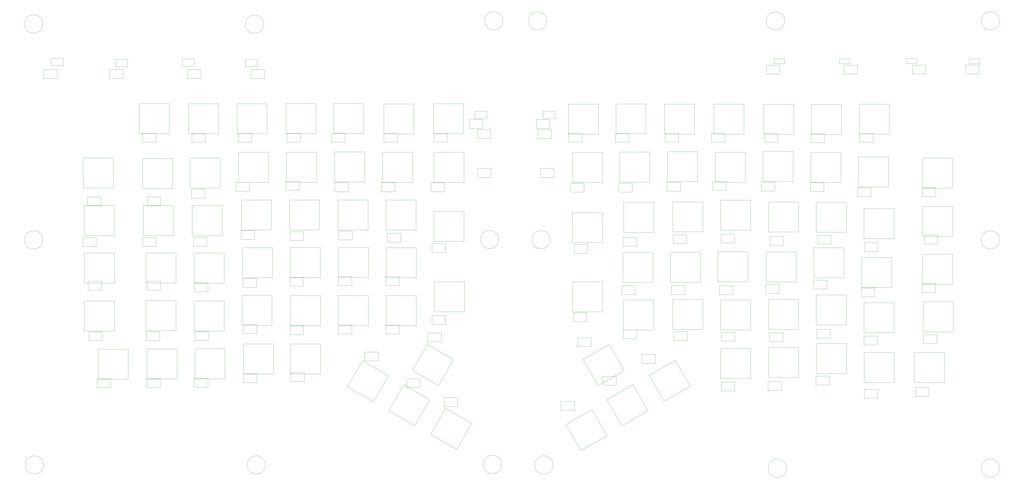
<source format=gbr>
%TF.GenerationSoftware,KiCad,Pcbnew,7.0.1-3b83917a11~172~ubuntu22.04.1*%
%TF.CreationDate,2023-03-22T13:00:23+01:00*%
%TF.ProjectId,Europe-ergo-smd,4575726f-7065-42d6-9572-676f2d736d64,rev?*%
%TF.SameCoordinates,Original*%
%TF.FileFunction,Other,User*%
%FSLAX46Y46*%
G04 Gerber Fmt 4.6, Leading zero omitted, Abs format (unit mm)*
G04 Created by KiCad (PCBNEW 7.0.1-3b83917a11~172~ubuntu22.04.1) date 2023-03-22 13:00:23*
%MOMM*%
%LPD*%
G01*
G04 APERTURE LIST*
%ADD10C,0.050000*%
G04 APERTURE END LIST*
D10*
%TO.C,R14*%
X301410000Y-84450000D02*
X295510000Y-84450000D01*
X301410000Y-80550000D02*
X301410000Y-84450000D01*
X295510000Y-84450000D02*
X295510000Y-80550000D01*
X295510000Y-80550000D02*
X301410000Y-80550000D01*
%TO.C,R13*%
X301490000Y-101450000D02*
X295590000Y-101450000D01*
X301490000Y-97550000D02*
X301490000Y-101450000D01*
X295590000Y-101450000D02*
X295590000Y-97550000D01*
X295590000Y-97550000D02*
X301490000Y-97550000D01*
%TO.C,R12*%
X322140000Y-80550000D02*
X328040000Y-80550000D01*
X322140000Y-84450000D02*
X322140000Y-80550000D01*
X328040000Y-80550000D02*
X328040000Y-84450000D01*
X328040000Y-84450000D02*
X322140000Y-84450000D01*
%TO.C,R11*%
X323220000Y-97550000D02*
X329120000Y-97550000D01*
X323220000Y-101450000D02*
X323220000Y-97550000D01*
X329120000Y-97550000D02*
X329120000Y-101450000D01*
X329120000Y-101450000D02*
X323220000Y-101450000D01*
%TO.C,R10*%
X327410000Y-79950000D02*
X321510000Y-79950000D01*
X327410000Y-76050000D02*
X327410000Y-79950000D01*
X321510000Y-79950000D02*
X321510000Y-76050000D01*
X321510000Y-76050000D02*
X327410000Y-76050000D01*
%TO.C,R9*%
X515960000Y-55950000D02*
X510060000Y-55950000D01*
X515960000Y-52050000D02*
X515960000Y-55950000D01*
X510060000Y-55950000D02*
X510060000Y-52050000D01*
X510060000Y-52050000D02*
X515960000Y-52050000D01*
%TO.C,R8*%
X486680000Y-52050000D02*
X492580000Y-52050000D01*
X486680000Y-55950000D02*
X486680000Y-52050000D01*
X492580000Y-52050000D02*
X492580000Y-55950000D01*
X492580000Y-55950000D02*
X486680000Y-55950000D01*
%TO.C,R7*%
X456600000Y-52050000D02*
X462500000Y-52050000D01*
X456600000Y-55950000D02*
X456600000Y-52050000D01*
X462500000Y-52050000D02*
X462500000Y-55950000D01*
X462500000Y-55950000D02*
X456600000Y-55950000D01*
%TO.C,R6*%
X428420000Y-55950000D02*
X422520000Y-55950000D01*
X428420000Y-52050000D02*
X428420000Y-55950000D01*
X422520000Y-55950000D02*
X422520000Y-52050000D01*
X422520000Y-52050000D02*
X428420000Y-52050000D01*
%TO.C,R5*%
X297870000Y-79950000D02*
X291970000Y-79950000D01*
X297870000Y-76050000D02*
X297870000Y-79950000D01*
X291970000Y-79950000D02*
X291970000Y-76050000D01*
X291970000Y-76050000D02*
X297870000Y-76050000D01*
%TO.C,R4*%
X196050000Y-54050000D02*
X201950000Y-54050000D01*
X196050000Y-57950000D02*
X196050000Y-54050000D01*
X201950000Y-54050000D02*
X201950000Y-57950000D01*
X201950000Y-57950000D02*
X196050000Y-57950000D01*
%TO.C,R3*%
X168050000Y-54050000D02*
X173950000Y-54050000D01*
X168050000Y-57950000D02*
X168050000Y-54050000D01*
X173950000Y-54050000D02*
X173950000Y-57950000D01*
X173950000Y-57950000D02*
X168050000Y-57950000D01*
%TO.C,R2*%
X139870000Y-57950000D02*
X133970000Y-57950000D01*
X139870000Y-54050000D02*
X139870000Y-57950000D01*
X133970000Y-57950000D02*
X133970000Y-54050000D01*
X133970000Y-54050000D02*
X139870000Y-54050000D01*
%TO.C,R1*%
X110870000Y-57950000D02*
X104970000Y-57950000D01*
X110870000Y-54050000D02*
X110870000Y-57950000D01*
X104970000Y-57950000D02*
X104970000Y-54050000D01*
X104970000Y-54050000D02*
X110870000Y-54050000D01*
%TO.C,D104*%
X423220000Y-191390000D02*
X429120000Y-191390000D01*
X423220000Y-195290000D02*
X423220000Y-191390000D01*
X429120000Y-191390000D02*
X429120000Y-195290000D01*
X429120000Y-195290000D02*
X423220000Y-195290000D01*
%TO.C,D103*%
X402670000Y-191520000D02*
X408570000Y-191520000D01*
X402670000Y-195420000D02*
X402670000Y-191520000D01*
X408570000Y-191520000D02*
X408570000Y-195420000D01*
X408570000Y-195420000D02*
X402670000Y-195420000D01*
%TO.C,D102*%
X192710000Y-187850000D02*
X198610000Y-187850000D01*
X192710000Y-191750000D02*
X192710000Y-187850000D01*
X198610000Y-187850000D02*
X198610000Y-191750000D01*
X198610000Y-191750000D02*
X192710000Y-191750000D01*
%TO.C,D101*%
X444340000Y-188890000D02*
X450240000Y-188890000D01*
X444340000Y-192790000D02*
X444340000Y-188890000D01*
X450240000Y-188890000D02*
X450240000Y-192790000D01*
X450240000Y-192790000D02*
X444340000Y-192790000D01*
%TO.C,D100*%
X213550000Y-187390000D02*
X219450000Y-187390000D01*
X213550000Y-191290000D02*
X213550000Y-187390000D01*
X219450000Y-187390000D02*
X219450000Y-191290000D01*
X219450000Y-191290000D02*
X213550000Y-191290000D01*
%TO.C,D99*%
X171250000Y-189950000D02*
X177150000Y-189950000D01*
X171250000Y-193850000D02*
X171250000Y-189950000D01*
X177150000Y-189950000D02*
X177150000Y-193850000D01*
X177150000Y-193850000D02*
X171250000Y-193850000D01*
%TO.C,D98*%
X488020000Y-193890000D02*
X493920000Y-193890000D01*
X488020000Y-197790000D02*
X488020000Y-193890000D01*
X493920000Y-193890000D02*
X493920000Y-197790000D01*
X493920000Y-197790000D02*
X488020000Y-197790000D01*
%TO.C,D97*%
X465540000Y-194750000D02*
X471440000Y-194750000D01*
X465540000Y-198650000D02*
X465540000Y-194750000D01*
X471440000Y-194750000D02*
X471440000Y-198650000D01*
X471440000Y-198650000D02*
X465540000Y-198650000D01*
%TO.C,D96*%
X367910000Y-179290000D02*
X373810000Y-179290000D01*
X367910000Y-183190000D02*
X367910000Y-179290000D01*
X373810000Y-179290000D02*
X373810000Y-183190000D01*
X373810000Y-183190000D02*
X367910000Y-183190000D01*
%TO.C,D95*%
X350600000Y-189050000D02*
X356500000Y-189050000D01*
X350600000Y-192950000D02*
X350600000Y-189050000D01*
X356500000Y-189050000D02*
X356500000Y-192950000D01*
X356500000Y-192950000D02*
X350600000Y-192950000D01*
%TO.C,D94*%
X332240000Y-200050000D02*
X338140000Y-200050000D01*
X332240000Y-203950000D02*
X332240000Y-200050000D01*
X338140000Y-200050000D02*
X338140000Y-203950000D01*
X338140000Y-203950000D02*
X332240000Y-203950000D01*
%TO.C,D93*%
X280939600Y-198334700D02*
X286839600Y-198334700D01*
X280939600Y-202234700D02*
X280939600Y-198334700D01*
X286839600Y-198334700D02*
X286839600Y-202234700D01*
X286839600Y-202234700D02*
X280939600Y-202234700D01*
%TO.C,D92*%
X264430000Y-190050000D02*
X270330000Y-190050000D01*
X264430000Y-193950000D02*
X264430000Y-190050000D01*
X270330000Y-190050000D02*
X270330000Y-193950000D01*
X270330000Y-193950000D02*
X264430000Y-193950000D01*
%TO.C,D91*%
X246050000Y-178300000D02*
X251950000Y-178300000D01*
X246050000Y-182200000D02*
X246050000Y-178300000D01*
X251950000Y-178300000D02*
X251950000Y-182200000D01*
X251950000Y-182200000D02*
X246050000Y-182200000D01*
%TO.C,D90*%
X150240000Y-190050000D02*
X156140000Y-190050000D01*
X150240000Y-193950000D02*
X150240000Y-190050000D01*
X156140000Y-190050000D02*
X156140000Y-193950000D01*
X156140000Y-193950000D02*
X150240000Y-193950000D01*
%TO.C,D89*%
X128410000Y-190050000D02*
X134310000Y-190050000D01*
X128410000Y-193950000D02*
X128410000Y-190050000D01*
X134310000Y-190050000D02*
X134310000Y-193950000D01*
X134310000Y-193950000D02*
X128410000Y-193950000D01*
%TO.C,D88*%
X359570000Y-168575000D02*
X365470000Y-168575000D01*
X359570000Y-172475000D02*
X359570000Y-168575000D01*
X365470000Y-168575000D02*
X365470000Y-172475000D01*
X365470000Y-172475000D02*
X359570000Y-172475000D01*
%TO.C,D87*%
X255330000Y-166430000D02*
X261230000Y-166430000D01*
X255330000Y-170330000D02*
X255330000Y-166430000D01*
X261230000Y-166430000D02*
X261230000Y-170330000D01*
X261230000Y-170330000D02*
X255330000Y-170330000D01*
%TO.C,D86*%
X444670000Y-168310000D02*
X450570000Y-168310000D01*
X444670000Y-172210000D02*
X444670000Y-168310000D01*
X450570000Y-168310000D02*
X450570000Y-172210000D01*
X450570000Y-172210000D02*
X444670000Y-172210000D01*
%TO.C,D85*%
X423910000Y-169810000D02*
X429810000Y-169810000D01*
X423910000Y-173710000D02*
X423910000Y-169810000D01*
X429810000Y-169810000D02*
X429810000Y-173710000D01*
X429810000Y-173710000D02*
X423910000Y-173710000D01*
%TO.C,D84*%
X402770000Y-169570000D02*
X408670000Y-169570000D01*
X402770000Y-173470000D02*
X402770000Y-169570000D01*
X408670000Y-169570000D02*
X408670000Y-173470000D01*
X408670000Y-173470000D02*
X402770000Y-173470000D01*
%TO.C,D83*%
X381850000Y-169310000D02*
X387750000Y-169310000D01*
X381850000Y-173210000D02*
X381850000Y-169310000D01*
X387750000Y-169310000D02*
X387750000Y-173210000D01*
X387750000Y-173210000D02*
X381850000Y-173210000D01*
%TO.C,D82*%
X234430000Y-166430000D02*
X240330000Y-166430000D01*
X234430000Y-170330000D02*
X234430000Y-166430000D01*
X240330000Y-166430000D02*
X240330000Y-170330000D01*
X240330000Y-170330000D02*
X234430000Y-170330000D01*
%TO.C,D81*%
X213240000Y-166770000D02*
X219140000Y-166770000D01*
X213240000Y-170670000D02*
X213240000Y-166770000D01*
X219140000Y-166770000D02*
X219140000Y-170670000D01*
X219140000Y-170670000D02*
X213240000Y-170670000D01*
%TO.C,D80*%
X192750000Y-166230000D02*
X198650000Y-166230000D01*
X192750000Y-170130000D02*
X192750000Y-166230000D01*
X198650000Y-166230000D02*
X198650000Y-170130000D01*
X198650000Y-170130000D02*
X192750000Y-170130000D01*
%TO.C,D79*%
X171440000Y-169230000D02*
X177340000Y-169230000D01*
X171440000Y-173130000D02*
X171440000Y-169230000D01*
X177340000Y-169230000D02*
X177340000Y-173130000D01*
X177340000Y-173130000D02*
X171440000Y-173130000D01*
%TO.C,D78*%
X491525000Y-170710000D02*
X497425000Y-170710000D01*
X491525000Y-174610000D02*
X491525000Y-170710000D01*
X497425000Y-170710000D02*
X497425000Y-174610000D01*
X497425000Y-174610000D02*
X491525000Y-174610000D01*
%TO.C,D77*%
X465370000Y-171270000D02*
X471270000Y-171270000D01*
X465370000Y-175170000D02*
X465370000Y-171270000D01*
X471270000Y-171270000D02*
X471270000Y-175170000D01*
X471270000Y-175170000D02*
X465370000Y-175170000D01*
%TO.C,D76*%
X337690000Y-161050000D02*
X343590000Y-161050000D01*
X337690000Y-164950000D02*
X337690000Y-161050000D01*
X343590000Y-161050000D02*
X343590000Y-164950000D01*
X343590000Y-164950000D02*
X337690000Y-164950000D01*
%TO.C,D75*%
X339610000Y-172020600D02*
X345510000Y-172020600D01*
X339610000Y-175920600D02*
X339610000Y-172020600D01*
X345510000Y-172020600D02*
X345510000Y-175920600D01*
X345510000Y-175920600D02*
X339610000Y-175920600D01*
%TO.C,D74*%
X273710000Y-169930000D02*
X279610000Y-169930000D01*
X273710000Y-173830000D02*
X273710000Y-169930000D01*
X279610000Y-169930000D02*
X279610000Y-173830000D01*
X279610000Y-173830000D02*
X273710000Y-173830000D01*
%TO.C,D73*%
X275570000Y-162330000D02*
X281470000Y-162330000D01*
X275570000Y-166230000D02*
X275570000Y-162330000D01*
X281470000Y-162330000D02*
X281470000Y-166230000D01*
X281470000Y-166230000D02*
X275570000Y-166230000D01*
%TO.C,D72*%
X150010000Y-169430000D02*
X155910000Y-169430000D01*
X150010000Y-173330000D02*
X150010000Y-169430000D01*
X155910000Y-169430000D02*
X155910000Y-173330000D01*
X155910000Y-173330000D02*
X150010000Y-173330000D01*
%TO.C,D71*%
X124750000Y-169430000D02*
X130650000Y-169430000D01*
X124750000Y-173330000D02*
X124750000Y-169430000D01*
X130650000Y-169430000D02*
X130650000Y-173330000D01*
X130650000Y-173330000D02*
X124750000Y-173330000D01*
%TO.C,D70*%
X443240000Y-146615000D02*
X449140000Y-146615000D01*
X443240000Y-150515000D02*
X443240000Y-146615000D01*
X449140000Y-146615000D02*
X449140000Y-150515000D01*
X449140000Y-150515000D02*
X443240000Y-150515000D01*
%TO.C,D69*%
X422250000Y-148590000D02*
X428150000Y-148590000D01*
X422250000Y-152490000D02*
X422250000Y-148590000D01*
X428150000Y-148590000D02*
X428150000Y-152490000D01*
X428150000Y-152490000D02*
X422250000Y-152490000D01*
%TO.C,D68*%
X401912500Y-149150000D02*
X407812500Y-149150000D01*
X401912500Y-153050000D02*
X401912500Y-149150000D01*
X407812500Y-149150000D02*
X407812500Y-153050000D01*
X407812500Y-153050000D02*
X401912500Y-153050000D01*
%TO.C,D67*%
X380850000Y-149090000D02*
X386750000Y-149090000D01*
X380850000Y-152990000D02*
X380850000Y-149090000D01*
X386750000Y-149090000D02*
X386750000Y-152990000D01*
X386750000Y-152990000D02*
X380850000Y-152990000D01*
%TO.C,D66*%
X358980000Y-149090000D02*
X364880000Y-149090000D01*
X358980000Y-152990000D02*
X358980000Y-149090000D01*
X364880000Y-149090000D02*
X364880000Y-152990000D01*
X364880000Y-152990000D02*
X358980000Y-152990000D01*
%TO.C,D65*%
X192560000Y-145950000D02*
X198460000Y-145950000D01*
X192560000Y-149850000D02*
X192560000Y-145950000D01*
X198460000Y-145950000D02*
X198460000Y-149850000D01*
X198460000Y-149850000D02*
X192560000Y-149850000D01*
%TO.C,D64*%
X171230000Y-147950000D02*
X177130000Y-147950000D01*
X171230000Y-151850000D02*
X171230000Y-147950000D01*
X177130000Y-147950000D02*
X177130000Y-151850000D01*
X177130000Y-151850000D02*
X171230000Y-151850000D01*
%TO.C,D63*%
X255240000Y-145150000D02*
X261140000Y-145150000D01*
X255240000Y-149050000D02*
X255240000Y-145150000D01*
X261140000Y-145150000D02*
X261140000Y-149050000D01*
X261140000Y-149050000D02*
X255240000Y-149050000D01*
%TO.C,D62*%
X234440000Y-145150000D02*
X240340000Y-145150000D01*
X234440000Y-149050000D02*
X234440000Y-145150000D01*
X240340000Y-145150000D02*
X240340000Y-149050000D01*
X240340000Y-149050000D02*
X234440000Y-149050000D01*
%TO.C,D61*%
X213160000Y-145490000D02*
X219060000Y-145490000D01*
X213160000Y-149390000D02*
X213160000Y-145490000D01*
X219060000Y-145490000D02*
X219060000Y-149390000D01*
X219060000Y-149390000D02*
X213160000Y-149390000D01*
%TO.C,D60*%
X490995000Y-148255000D02*
X496895000Y-148255000D01*
X490995000Y-152155000D02*
X490995000Y-148255000D01*
X496895000Y-148255000D02*
X496895000Y-152155000D01*
X496895000Y-152155000D02*
X490995000Y-152155000D01*
%TO.C,D59*%
X464240000Y-150090000D02*
X470140000Y-150090000D01*
X464240000Y-153990000D02*
X464240000Y-150090000D01*
X470140000Y-150090000D02*
X470140000Y-153990000D01*
X470140000Y-153990000D02*
X464240000Y-153990000D01*
%TO.C,D58*%
X150270000Y-147150000D02*
X156170000Y-147150000D01*
X150270000Y-151050000D02*
X150270000Y-147150000D01*
X156170000Y-147150000D02*
X156170000Y-151050000D01*
X156170000Y-151050000D02*
X150270000Y-151050000D01*
%TO.C,D57*%
X124460000Y-147150000D02*
X130360000Y-147150000D01*
X124460000Y-151050000D02*
X124460000Y-147150000D01*
X130360000Y-147150000D02*
X130360000Y-151050000D01*
X130360000Y-151050000D02*
X124460000Y-151050000D01*
%TO.C,D56*%
X424150000Y-127390000D02*
X430050000Y-127390000D01*
X424150000Y-131290000D02*
X424150000Y-127390000D01*
X430050000Y-127390000D02*
X430050000Y-131290000D01*
X430050000Y-131290000D02*
X424150000Y-131290000D01*
%TO.C,D55*%
X402570000Y-126410000D02*
X408470000Y-126410000D01*
X402570000Y-130310000D02*
X402570000Y-126410000D01*
X408470000Y-126410000D02*
X408470000Y-130310000D01*
X408470000Y-130310000D02*
X402570000Y-130310000D01*
%TO.C,D54*%
X445070000Y-126890000D02*
X450970000Y-126890000D01*
X445070000Y-130790000D02*
X445070000Y-126890000D01*
X450970000Y-126890000D02*
X450970000Y-130790000D01*
X450970000Y-130790000D02*
X445070000Y-130790000D01*
%TO.C,D53*%
X213190000Y-125390000D02*
X219090000Y-125390000D01*
X213190000Y-129290000D02*
X213190000Y-125390000D01*
X219090000Y-125390000D02*
X219090000Y-129290000D01*
X219090000Y-129290000D02*
X213190000Y-129290000D01*
%TO.C,D52*%
X191680000Y-124850000D02*
X197580000Y-124850000D01*
X191680000Y-128750000D02*
X191680000Y-124850000D01*
X197580000Y-124850000D02*
X197580000Y-128750000D01*
X197580000Y-128750000D02*
X191680000Y-128750000D01*
%TO.C,D51*%
X381570000Y-126750000D02*
X387470000Y-126750000D01*
X381570000Y-130650000D02*
X381570000Y-126750000D01*
X387470000Y-126750000D02*
X387470000Y-130650000D01*
X387470000Y-130650000D02*
X381570000Y-130650000D01*
%TO.C,D50*%
X359600000Y-127890000D02*
X365500000Y-127890000D01*
X359600000Y-131790000D02*
X359600000Y-127890000D01*
X365500000Y-127890000D02*
X365500000Y-131790000D01*
X365500000Y-131790000D02*
X359600000Y-131790000D01*
%TO.C,D49*%
X170740000Y-127850000D02*
X176640000Y-127850000D01*
X170740000Y-131750000D02*
X170740000Y-127850000D01*
X176640000Y-127850000D02*
X176640000Y-131750000D01*
X176640000Y-131750000D02*
X170740000Y-131750000D01*
%TO.C,D48*%
X255970000Y-126050000D02*
X261870000Y-126050000D01*
X255970000Y-129950000D02*
X255970000Y-126050000D01*
X261870000Y-126050000D02*
X261870000Y-129950000D01*
X261870000Y-129950000D02*
X255970000Y-129950000D01*
%TO.C,D47*%
X234590000Y-125050000D02*
X240490000Y-125050000D01*
X234590000Y-128950000D02*
X234590000Y-125050000D01*
X240490000Y-125050000D02*
X240490000Y-128950000D01*
X240490000Y-128950000D02*
X234590000Y-128950000D01*
%TO.C,D46*%
X491905000Y-126850000D02*
X497805000Y-126850000D01*
X491905000Y-130750000D02*
X491905000Y-126850000D01*
X497805000Y-126850000D02*
X497805000Y-130750000D01*
X497805000Y-130750000D02*
X491905000Y-130750000D01*
%TO.C,D45*%
X465550000Y-130250000D02*
X471450000Y-130250000D01*
X465550000Y-134150000D02*
X465550000Y-130250000D01*
X471450000Y-130250000D02*
X471450000Y-134150000D01*
X471450000Y-134150000D02*
X465550000Y-134150000D01*
%TO.C,D44*%
X338050000Y-130970000D02*
X343950000Y-130970000D01*
X338050000Y-134870000D02*
X338050000Y-130970000D01*
X343950000Y-130970000D02*
X343950000Y-134870000D01*
X343950000Y-134870000D02*
X338050000Y-134870000D01*
%TO.C,D35*%
X275610000Y-130590000D02*
X281510000Y-130590000D01*
X275610000Y-134490000D02*
X275610000Y-130590000D01*
X281510000Y-130590000D02*
X281510000Y-134490000D01*
X281510000Y-134490000D02*
X275610000Y-134490000D01*
%TO.C,D34*%
X148450000Y-128050000D02*
X154350000Y-128050000D01*
X148450000Y-131950000D02*
X148450000Y-128050000D01*
X154350000Y-128050000D02*
X154350000Y-131950000D01*
X154350000Y-131950000D02*
X148450000Y-131950000D01*
%TO.C,D33*%
X122150000Y-128050000D02*
X128050000Y-128050000D01*
X122150000Y-131950000D02*
X122150000Y-128050000D01*
X128050000Y-128050000D02*
X128050000Y-131950000D01*
X128050000Y-131950000D02*
X122150000Y-131950000D01*
%TO.C,D30*%
X441910000Y-103790000D02*
X447810000Y-103790000D01*
X441910000Y-107690000D02*
X441910000Y-103790000D01*
X447810000Y-103790000D02*
X447810000Y-107690000D01*
X447810000Y-107690000D02*
X441910000Y-107690000D01*
%TO.C,D29*%
X420310000Y-103555000D02*
X426210000Y-103555000D01*
X420310000Y-107455000D02*
X420310000Y-103555000D01*
X426210000Y-103555000D02*
X426210000Y-107455000D01*
X426210000Y-107455000D02*
X420310000Y-107455000D01*
%TO.C,D28*%
X398910000Y-103275000D02*
X404810000Y-103275000D01*
X398910000Y-107175000D02*
X398910000Y-103275000D01*
X404810000Y-103275000D02*
X404810000Y-107175000D01*
X404810000Y-107175000D02*
X398910000Y-107175000D01*
%TO.C,D27*%
X378810000Y-103615000D02*
X384710000Y-103615000D01*
X378810000Y-107515000D02*
X378810000Y-103615000D01*
X384710000Y-103615000D02*
X384710000Y-107515000D01*
X384710000Y-107515000D02*
X378810000Y-107515000D01*
%TO.C,D26*%
X357610000Y-104055000D02*
X363510000Y-104055000D01*
X357610000Y-107955000D02*
X357610000Y-104055000D01*
X363510000Y-104055000D02*
X363510000Y-107955000D01*
X363510000Y-107955000D02*
X357610000Y-107955000D01*
%TO.C,D25*%
X253330000Y-103850000D02*
X259230000Y-103850000D01*
X253330000Y-107750000D02*
X253330000Y-103850000D01*
X259230000Y-103850000D02*
X259230000Y-107750000D01*
X259230000Y-107750000D02*
X253330000Y-107750000D01*
%TO.C,D24*%
X232850000Y-103850000D02*
X238750000Y-103850000D01*
X232850000Y-107750000D02*
X232850000Y-103850000D01*
X238750000Y-103850000D02*
X238750000Y-107750000D01*
X238750000Y-107750000D02*
X232850000Y-107750000D01*
%TO.C,D23*%
X211350000Y-103190000D02*
X217250000Y-103190000D01*
X211350000Y-107090000D02*
X211350000Y-103190000D01*
X217250000Y-103190000D02*
X217250000Y-107090000D01*
X217250000Y-107090000D02*
X211350000Y-107090000D01*
%TO.C,D22*%
X189410000Y-103650000D02*
X195310000Y-103650000D01*
X189410000Y-107550000D02*
X189410000Y-103650000D01*
X195310000Y-103650000D02*
X195310000Y-107550000D01*
X195310000Y-107550000D02*
X189410000Y-107550000D01*
%TO.C,D21*%
X169950000Y-106650000D02*
X175850000Y-106650000D01*
X169950000Y-110550000D02*
X169950000Y-106650000D01*
X175850000Y-106650000D02*
X175850000Y-110550000D01*
X175850000Y-110550000D02*
X169950000Y-110550000D01*
%TO.C,D20*%
X491095000Y-106115000D02*
X496995000Y-106115000D01*
X491095000Y-110015000D02*
X491095000Y-106115000D01*
X496995000Y-106115000D02*
X496995000Y-110015000D01*
X496995000Y-110015000D02*
X491095000Y-110015000D01*
%TO.C,D19*%
X462610000Y-106055000D02*
X468510000Y-106055000D01*
X462610000Y-109955000D02*
X462610000Y-106055000D01*
X468510000Y-106055000D02*
X468510000Y-109955000D01*
X468510000Y-109955000D02*
X462610000Y-109955000D01*
%TO.C,D18*%
X336460000Y-104055000D02*
X342360000Y-104055000D01*
X336460000Y-107955000D02*
X336460000Y-104055000D01*
X342360000Y-104055000D02*
X342360000Y-107955000D01*
X342360000Y-107955000D02*
X336460000Y-107955000D01*
%TO.C,D17*%
X275130000Y-103850000D02*
X281030000Y-103850000D01*
X275130000Y-107750000D02*
X275130000Y-103850000D01*
X281030000Y-103850000D02*
X281030000Y-107750000D01*
X281030000Y-107750000D02*
X275130000Y-107750000D01*
%TO.C,D16*%
X150430000Y-110050000D02*
X156330000Y-110050000D01*
X150430000Y-113950000D02*
X150430000Y-110050000D01*
X156330000Y-110050000D02*
X156330000Y-113950000D01*
X156330000Y-113950000D02*
X150430000Y-113950000D01*
%TO.C,D15*%
X124160000Y-110050000D02*
X130060000Y-110050000D01*
X124160000Y-113950000D02*
X124160000Y-110050000D01*
X130060000Y-110050000D02*
X130060000Y-113950000D01*
X130060000Y-113950000D02*
X124160000Y-113950000D01*
%TO.C,D14*%
X398440000Y-82050000D02*
X404340000Y-82050000D01*
X398440000Y-85950000D02*
X398440000Y-82050000D01*
X404340000Y-82050000D02*
X404340000Y-85950000D01*
X404340000Y-85950000D02*
X398440000Y-85950000D01*
%TO.C,D13*%
X378050000Y-82050000D02*
X383950000Y-82050000D01*
X378050000Y-85950000D02*
X378050000Y-82050000D01*
X383950000Y-82050000D02*
X383950000Y-85950000D01*
X383950000Y-85950000D02*
X378050000Y-85950000D01*
%TO.C,D12*%
X231430000Y-82050000D02*
X237330000Y-82050000D01*
X231430000Y-85950000D02*
X231430000Y-82050000D01*
X237330000Y-82050000D02*
X237330000Y-85950000D01*
X237330000Y-85950000D02*
X231430000Y-85950000D01*
%TO.C,D11*%
X211850000Y-82050000D02*
X217750000Y-82050000D01*
X211850000Y-85950000D02*
X211850000Y-82050000D01*
X217750000Y-82050000D02*
X217750000Y-85950000D01*
X217750000Y-85950000D02*
X211850000Y-85950000D01*
%TO.C,D10*%
X421700000Y-82050000D02*
X427600000Y-82050000D01*
X421700000Y-85950000D02*
X421700000Y-82050000D01*
X427600000Y-82050000D02*
X427600000Y-85950000D01*
X427600000Y-85950000D02*
X421700000Y-85950000D01*
%TO.C,D9*%
X356240000Y-82050000D02*
X362140000Y-82050000D01*
X356240000Y-85950000D02*
X356240000Y-82050000D01*
X362140000Y-82050000D02*
X362140000Y-85950000D01*
X362140000Y-85950000D02*
X356240000Y-85950000D01*
%TO.C,D8*%
X335600000Y-82050000D02*
X341500000Y-82050000D01*
X335600000Y-85950000D02*
X335600000Y-82050000D01*
X341500000Y-82050000D02*
X341500000Y-85950000D01*
X341500000Y-85950000D02*
X335600000Y-85950000D01*
%TO.C,D7*%
X463570000Y-82050000D02*
X469470000Y-82050000D01*
X463570000Y-85950000D02*
X463570000Y-82050000D01*
X469470000Y-82050000D02*
X469470000Y-85950000D01*
X469470000Y-85950000D02*
X463570000Y-85950000D01*
%TO.C,D6*%
X442100000Y-82310000D02*
X448000000Y-82310000D01*
X442100000Y-86210000D02*
X442100000Y-82310000D01*
X448000000Y-82310000D02*
X448000000Y-86210000D01*
X448000000Y-86210000D02*
X442100000Y-86210000D01*
%TO.C,D5*%
X276430000Y-82050000D02*
X282330000Y-82050000D01*
X276430000Y-85950000D02*
X276430000Y-82050000D01*
X282330000Y-82050000D02*
X282330000Y-85950000D01*
X282330000Y-85950000D02*
X276430000Y-85950000D01*
%TO.C,D4*%
X254430000Y-82050000D02*
X260330000Y-82050000D01*
X254430000Y-85950000D02*
X254430000Y-82050000D01*
X260330000Y-82050000D02*
X260330000Y-85950000D01*
X260330000Y-85950000D02*
X254430000Y-85950000D01*
%TO.C,D3*%
X190450000Y-82050000D02*
X196350000Y-82050000D01*
X190450000Y-85950000D02*
X190450000Y-82050000D01*
X196350000Y-82050000D02*
X196350000Y-85950000D01*
X196350000Y-85950000D02*
X190450000Y-85950000D01*
%TO.C,D2*%
X170050000Y-82050000D02*
X175950000Y-82050000D01*
X170050000Y-85950000D02*
X170050000Y-82050000D01*
X175950000Y-82050000D02*
X175950000Y-85950000D01*
X175950000Y-85950000D02*
X170050000Y-85950000D01*
%TO.C,D1*%
X148430000Y-82050000D02*
X154330000Y-82050000D01*
X148430000Y-85950000D02*
X148430000Y-82050000D01*
X154330000Y-82050000D02*
X154330000Y-85950000D01*
X154330000Y-85950000D02*
X148430000Y-85950000D01*
%TO.C,H13*%
X306750000Y-32600000D02*
G75*
G03*
X306750000Y-32600000I-4000000J0D01*
G01*
%TO.C,SW41*%
X337300000Y-130220000D02*
X337300000Y-117020000D01*
X350500000Y-130220000D02*
X337300000Y-130220000D01*
X337300000Y-117020000D02*
X350500000Y-117020000D01*
X350500000Y-117020000D02*
X350500000Y-130220000D01*
%TO.C,SW64*%
X149820000Y-155680000D02*
X163020000Y-155680000D01*
X149820000Y-168880000D02*
X149820000Y-155680000D01*
X163020000Y-155680000D02*
X163020000Y-168880000D01*
X163020000Y-168880000D02*
X149820000Y-168880000D01*
%TO.C,SW48*%
X491255000Y-114280000D02*
X504455000Y-114280000D01*
X491255000Y-127480000D02*
X491255000Y-114280000D01*
X504455000Y-114280000D02*
X504455000Y-127480000D01*
X504455000Y-127480000D02*
X491255000Y-127480000D01*
%TO.C,H6*%
X525000000Y-32600000D02*
G75*
G03*
X525000000Y-32600000I-4000000J0D01*
G01*
%TO.C,D42*%
X511730000Y-49390000D02*
X511730000Y-51490000D01*
X511730000Y-51490000D02*
X516320000Y-51490000D01*
X516320000Y-49390000D02*
X511730000Y-49390000D01*
X516320000Y-51490000D02*
X516320000Y-49390000D01*
%TO.C,SW45*%
X423400000Y-112280000D02*
X436600000Y-112280000D01*
X423400000Y-125480000D02*
X423400000Y-112280000D01*
X436600000Y-112280000D02*
X436600000Y-125480000D01*
X436600000Y-125480000D02*
X423400000Y-125480000D01*
%TO.C,SW76*%
X402400000Y-155360000D02*
X415600000Y-155360000D01*
X402400000Y-168560000D02*
X402400000Y-155360000D01*
X415600000Y-155360000D02*
X415600000Y-168560000D01*
X415600000Y-168560000D02*
X402400000Y-168560000D01*
%TO.C,SW83*%
X171400000Y-176900000D02*
X184600000Y-176900000D01*
X171400000Y-190100000D02*
X171400000Y-176900000D01*
X184600000Y-176900000D02*
X184600000Y-190100000D01*
X184600000Y-190100000D02*
X171400000Y-190100000D01*
%TO.C,SW62*%
X491155000Y-135200000D02*
X504355000Y-135200000D01*
X491155000Y-148400000D02*
X491155000Y-135200000D01*
X504355000Y-135200000D02*
X504355000Y-148400000D01*
X504355000Y-148400000D02*
X491155000Y-148400000D01*
%TO.C,SW47*%
X465400000Y-115240000D02*
X478600000Y-115240000D01*
X465400000Y-128440000D02*
X465400000Y-115240000D01*
X478600000Y-115240000D02*
X478600000Y-128440000D01*
X478600000Y-128440000D02*
X465400000Y-128440000D01*
%TO.C,H5*%
X104900000Y-228000000D02*
G75*
G03*
X104900000Y-228000000I-4000000J0D01*
G01*
%TO.C,SW91*%
X370984228Y-188584241D02*
X382415763Y-181984241D01*
X377584228Y-200015777D02*
X370984228Y-188584241D01*
X382415763Y-181984241D02*
X389015763Y-193415777D01*
X389015763Y-193415777D02*
X377584228Y-200015777D01*
%TO.C,SW75*%
X381400000Y-155200000D02*
X394600000Y-155200000D01*
X381400000Y-168400000D02*
X381400000Y-155200000D01*
X394600000Y-155200000D02*
X394600000Y-168400000D01*
X394600000Y-168400000D02*
X381400000Y-168400000D01*
%TO.C,H1*%
X104500000Y-34000000D02*
G75*
G03*
X104500000Y-34000000I-4000000J0D01*
G01*
%TO.C,SW40*%
X276400000Y-129600000D02*
X276400000Y-116400000D01*
X289600000Y-129600000D02*
X276400000Y-129600000D01*
X276400000Y-116400000D02*
X289600000Y-116400000D01*
X289600000Y-116400000D02*
X289600000Y-129600000D01*
%TO.C,SW61*%
X464400000Y-136780000D02*
X477600000Y-136780000D01*
X464400000Y-149980000D02*
X464400000Y-136780000D01*
X477600000Y-136780000D02*
X477600000Y-149980000D01*
X477600000Y-149980000D02*
X464400000Y-149980000D01*
%TO.C,SW13*%
X442400000Y-69400000D02*
X455600000Y-69400000D01*
X442400000Y-82600000D02*
X442400000Y-69400000D01*
X455600000Y-69400000D02*
X455600000Y-82600000D01*
X455600000Y-82600000D02*
X442400000Y-82600000D01*
%TO.C,SW39*%
X255320000Y-111400000D02*
X268520000Y-111400000D01*
X255320000Y-124600000D02*
X255320000Y-111400000D01*
X268520000Y-111400000D02*
X268520000Y-124600000D01*
X268520000Y-124600000D02*
X255320000Y-124600000D01*
%TO.C,SW36*%
X191820000Y-111400000D02*
X205020000Y-111400000D01*
X191820000Y-124600000D02*
X191820000Y-111400000D01*
X205020000Y-111400000D02*
X205020000Y-124600000D01*
X205020000Y-124600000D02*
X191820000Y-124600000D01*
%TO.C,H16*%
X431400000Y-229450000D02*
G75*
G03*
X431400000Y-229450000I-4000000J0D01*
G01*
%TO.C,SW29*%
X421070000Y-90010000D02*
X434270000Y-90010000D01*
X421070000Y-103210000D02*
X421070000Y-90010000D01*
X434270000Y-90010000D02*
X434270000Y-103210000D01*
X434270000Y-103210000D02*
X421070000Y-103210000D01*
%TO.C,SW58*%
X401210000Y-134240000D02*
X414410000Y-134240000D01*
X401210000Y-147440000D02*
X401210000Y-134240000D01*
X414410000Y-134240000D02*
X414410000Y-147440000D01*
X414410000Y-147440000D02*
X401210000Y-147440000D01*
%TO.C,SW60*%
X443400000Y-132440000D02*
X456600000Y-132440000D01*
X443400000Y-145640000D02*
X443400000Y-132440000D01*
X456600000Y-132440000D02*
X456600000Y-145640000D01*
X456600000Y-145640000D02*
X443400000Y-145640000D01*
%TO.C,SW84*%
X192680000Y-174800000D02*
X205880000Y-174800000D01*
X192680000Y-188000000D02*
X192680000Y-174800000D01*
X205880000Y-174800000D02*
X205880000Y-188000000D01*
X205880000Y-188000000D02*
X192680000Y-188000000D01*
%TO.C,H2*%
X525000000Y-229450000D02*
G75*
G03*
X525000000Y-229450000I-4000000J0D01*
G01*
%TO.C,SW6*%
X254400000Y-69200000D02*
X267600000Y-69200000D01*
X254400000Y-82400000D02*
X254400000Y-69200000D01*
X267600000Y-69200000D02*
X267600000Y-82400000D01*
X267600000Y-82400000D02*
X254400000Y-82400000D01*
%TO.C,D38*%
X294400000Y-72400000D02*
X294400000Y-75600000D01*
X294400000Y-75600000D02*
X299690000Y-75600000D01*
X299690000Y-72400000D02*
X294400000Y-72400000D01*
X299690000Y-75600000D02*
X299690000Y-72400000D01*
%TO.C,SW50*%
X149830000Y-134700000D02*
X163030000Y-134700000D01*
X149830000Y-147900000D02*
X149830000Y-134700000D01*
X163030000Y-134700000D02*
X163030000Y-147900000D01*
X163030000Y-147900000D02*
X149830000Y-147900000D01*
%TO.C,SW46*%
X444400000Y-112380000D02*
X457600000Y-112380000D01*
X444400000Y-125580000D02*
X444400000Y-112380000D01*
X457600000Y-112380000D02*
X457600000Y-125580000D01*
X457600000Y-125580000D02*
X444400000Y-125580000D01*
%TO.C,SW96*%
X487470000Y-178480000D02*
X500670000Y-178480000D01*
X487470000Y-191680000D02*
X487470000Y-178480000D01*
X500670000Y-178480000D02*
X500670000Y-191680000D01*
X500670000Y-191680000D02*
X487470000Y-191680000D01*
%TO.C,SW44*%
X402400000Y-111500000D02*
X415600000Y-111500000D01*
X402400000Y-124700000D02*
X402400000Y-111500000D01*
X415600000Y-111500000D02*
X415600000Y-124700000D01*
X415600000Y-124700000D02*
X402400000Y-124700000D01*
%TO.C,SW34*%
X148700000Y-113900000D02*
X161900000Y-113900000D01*
X148700000Y-127100000D02*
X148700000Y-113900000D01*
X161900000Y-113900000D02*
X161900000Y-127100000D01*
X161900000Y-127100000D02*
X148700000Y-127100000D01*
%TO.C,SW22*%
X232800000Y-90300000D02*
X246000000Y-90300000D01*
X232800000Y-103500000D02*
X232800000Y-90300000D01*
X246000000Y-90300000D02*
X246000000Y-103500000D01*
X246000000Y-103500000D02*
X232800000Y-103500000D01*
%TO.C,SW18*%
X148400000Y-93200000D02*
X161600000Y-93200000D01*
X148400000Y-106400000D02*
X148400000Y-93200000D01*
X161600000Y-93200000D02*
X161600000Y-106400000D01*
X161600000Y-106400000D02*
X148400000Y-106400000D01*
%TO.C,SW80*%
X491455000Y-156200000D02*
X504655000Y-156200000D01*
X491455000Y-169400000D02*
X491455000Y-156200000D01*
X504655000Y-156200000D02*
X504655000Y-169400000D01*
X504655000Y-169400000D02*
X491455000Y-169400000D01*
%TO.C,SW17*%
X122360000Y-93000000D02*
X135560000Y-93000000D01*
X122360000Y-106200000D02*
X122360000Y-93000000D01*
X135560000Y-93000000D02*
X135560000Y-106200000D01*
X135560000Y-106200000D02*
X122360000Y-106200000D01*
%TO.C,SW2*%
X168660000Y-69100000D02*
X181860000Y-69100000D01*
X168660000Y-82300000D02*
X168660000Y-69100000D01*
X181860000Y-69100000D02*
X181860000Y-82300000D01*
X181860000Y-82300000D02*
X168660000Y-82300000D01*
%TO.C,SW42*%
X359830000Y-112480000D02*
X373030000Y-112480000D01*
X359830000Y-125680000D02*
X359830000Y-112480000D01*
X373030000Y-112480000D02*
X373030000Y-125680000D01*
X373030000Y-125680000D02*
X359830000Y-125680000D01*
%TO.C,SW9*%
X356400000Y-69140000D02*
X369600000Y-69140000D01*
X356400000Y-82340000D02*
X356400000Y-69140000D01*
X369600000Y-69140000D02*
X369600000Y-82340000D01*
X369600000Y-82340000D02*
X356400000Y-82340000D01*
%TO.C,SW19*%
X169210000Y-92940000D02*
X182410000Y-92940000D01*
X169210000Y-106140000D02*
X169210000Y-92940000D01*
X182410000Y-92940000D02*
X182410000Y-106140000D01*
X182410000Y-106140000D02*
X169210000Y-106140000D01*
%TO.C,H10*%
X326000000Y-32650000D02*
G75*
G03*
X326000000Y-32650000I-4000000J0D01*
G01*
%TO.C,SW70*%
X276580000Y-160600000D02*
X276580000Y-147400000D01*
X289780000Y-160600000D02*
X276580000Y-160600000D01*
X276580000Y-147400000D02*
X289780000Y-147400000D01*
X289780000Y-147400000D02*
X289780000Y-160600000D01*
%TO.C,SW11*%
X399480000Y-69260000D02*
X412680000Y-69260000D01*
X399480000Y-82460000D02*
X399480000Y-69260000D01*
X412680000Y-69260000D02*
X412680000Y-82460000D01*
X412680000Y-82460000D02*
X399480000Y-82460000D01*
%TO.C,SW89*%
X334394228Y-210244241D02*
X345825763Y-203644241D01*
X340994228Y-221675777D02*
X334394228Y-210244241D01*
X345825763Y-203644241D02*
X352425763Y-215075777D01*
X352425763Y-215075777D02*
X340994228Y-221675777D01*
%TO.C,D40*%
X454614700Y-49390000D02*
X454614700Y-51490000D01*
X454614700Y-51490000D02*
X459204700Y-51490000D01*
X459204700Y-49390000D02*
X454614700Y-49390000D01*
X459204700Y-51490000D02*
X459204700Y-49390000D01*
%TO.C,SW94*%
X444470000Y-174580000D02*
X457670000Y-174580000D01*
X444470000Y-187780000D02*
X444470000Y-174580000D01*
X457670000Y-174580000D02*
X457670000Y-187780000D01*
X457670000Y-187780000D02*
X444470000Y-187780000D01*
%TO.C,SW1*%
X146860000Y-69000000D02*
X160060000Y-69000000D01*
X146860000Y-82200000D02*
X146860000Y-69000000D01*
X160060000Y-69000000D02*
X160060000Y-82200000D01*
X160060000Y-82200000D02*
X146860000Y-82200000D01*
%TO.C,H8*%
X430550000Y-32650000D02*
G75*
G03*
X430550000Y-32650000I-4000000J0D01*
G01*
%TO.C,SW53*%
X213240000Y-132340000D02*
X226440000Y-132340000D01*
X213240000Y-145540000D02*
X213240000Y-132340000D01*
X226440000Y-132340000D02*
X226440000Y-145540000D01*
X226440000Y-145540000D02*
X213240000Y-145540000D01*
%TO.C,SW56*%
X359530000Y-134480000D02*
X372730000Y-134480000D01*
X359530000Y-147680000D02*
X359530000Y-134480000D01*
X372730000Y-134480000D02*
X372730000Y-147680000D01*
X372730000Y-147680000D02*
X359530000Y-147680000D01*
%TO.C,SW72*%
X341984228Y-181584241D02*
X353415763Y-174984241D01*
X348584228Y-193015777D02*
X341984228Y-181584241D01*
X353415763Y-174984241D02*
X360015763Y-186415777D01*
X360015763Y-186415777D02*
X348584228Y-193015777D01*
%TO.C,SW78*%
X444400000Y-153200000D02*
X457600000Y-153200000D01*
X444400000Y-166400000D02*
X444400000Y-153200000D01*
X457600000Y-153200000D02*
X457600000Y-166400000D01*
X457600000Y-166400000D02*
X444400000Y-166400000D01*
%TO.C,SW77*%
X423400000Y-155120000D02*
X436600000Y-155120000D01*
X423400000Y-168320000D02*
X423400000Y-155120000D01*
X436600000Y-155120000D02*
X436600000Y-168320000D01*
X436600000Y-168320000D02*
X423400000Y-168320000D01*
%TO.C,SW28*%
X400070000Y-90400000D02*
X413270000Y-90400000D01*
X400070000Y-103600000D02*
X400070000Y-90400000D01*
X413270000Y-90400000D02*
X413270000Y-103600000D01*
X413270000Y-103600000D02*
X400070000Y-103600000D01*
%TO.C,D32*%
X136500000Y-49600000D02*
X136500000Y-52800000D01*
X136500000Y-52800000D02*
X141790000Y-52800000D01*
X141790000Y-49600000D02*
X136500000Y-49600000D01*
X141790000Y-52800000D02*
X141790000Y-49600000D01*
%TO.C,SW95*%
X465470000Y-178480000D02*
X478670000Y-178480000D01*
X465470000Y-191680000D02*
X465470000Y-178480000D01*
X478670000Y-178480000D02*
X478670000Y-191680000D01*
X478670000Y-191680000D02*
X465470000Y-191680000D01*
%TO.C,SW3*%
X189860000Y-69100000D02*
X203060000Y-69100000D01*
X189860000Y-82300000D02*
X189860000Y-69100000D01*
X203060000Y-69100000D02*
X203060000Y-82300000D01*
X203060000Y-82300000D02*
X189860000Y-82300000D01*
%TO.C,SW7*%
X276200000Y-69100000D02*
X289400000Y-69100000D01*
X276200000Y-82300000D02*
X276200000Y-69100000D01*
X289400000Y-69100000D02*
X289400000Y-82300000D01*
X289400000Y-82300000D02*
X276200000Y-82300000D01*
%TO.C,SW55*%
X255400000Y-132400000D02*
X268600000Y-132400000D01*
X255400000Y-145600000D02*
X255400000Y-132400000D01*
X268600000Y-132400000D02*
X268600000Y-145600000D01*
X268600000Y-145600000D02*
X255400000Y-145600000D01*
%TO.C,SW57*%
X380400000Y-134380000D02*
X393600000Y-134380000D01*
X380400000Y-147580000D02*
X380400000Y-134380000D01*
X393600000Y-134380000D02*
X393600000Y-147580000D01*
X393600000Y-147580000D02*
X380400000Y-147580000D01*
%TO.C,H15*%
X306200000Y-227800000D02*
G75*
G03*
X306200000Y-227800000I-4000000J0D01*
G01*
%TO.C,H9*%
X304900000Y-128800000D02*
G75*
G03*
X304900000Y-128800000I-4000000J0D01*
G01*
%TO.C,H7*%
X104500000Y-129000000D02*
G75*
G03*
X104500000Y-129000000I-4000000J0D01*
G01*
%TO.C,H4*%
X525000000Y-129000000D02*
G75*
G03*
X525000000Y-129000000I-4000000J0D01*
G01*
%TO.C,SW14*%
X463400000Y-69240000D02*
X476600000Y-69240000D01*
X463400000Y-82440000D02*
X463400000Y-69240000D01*
X476600000Y-69240000D02*
X476600000Y-82440000D01*
X476600000Y-82440000D02*
X463400000Y-82440000D01*
%TO.C,SW52*%
X192320000Y-132400000D02*
X205520000Y-132400000D01*
X192320000Y-145600000D02*
X192320000Y-132400000D01*
X205520000Y-132400000D02*
X205520000Y-145600000D01*
X205520000Y-145600000D02*
X192320000Y-145600000D01*
%TO.C,D39*%
X425914700Y-49290000D02*
X425914700Y-51390000D01*
X425914700Y-51390000D02*
X430504700Y-51390000D01*
X430504700Y-49290000D02*
X425914700Y-49290000D01*
X430504700Y-51390000D02*
X430504700Y-49290000D01*
%TO.C,SW71*%
X273584228Y-174984241D02*
X285015763Y-181584241D01*
X266984228Y-186415777D02*
X273584228Y-174984241D01*
X285015763Y-181584241D02*
X278415763Y-193015777D01*
X278415763Y-193015777D02*
X266984228Y-186415777D01*
%TO.C,SW67*%
X213400000Y-153520000D02*
X226600000Y-153520000D01*
X213400000Y-166720000D02*
X213400000Y-153520000D01*
X226600000Y-153520000D02*
X226600000Y-166720000D01*
X226600000Y-166720000D02*
X213400000Y-166720000D01*
%TO.C,SW49*%
X122860000Y-134800000D02*
X136060000Y-134800000D01*
X122860000Y-148000000D02*
X122860000Y-134800000D01*
X136060000Y-134800000D02*
X136060000Y-148000000D01*
X136060000Y-148000000D02*
X122860000Y-148000000D01*
%TO.C,SW21*%
X211700000Y-90440000D02*
X224900000Y-90440000D01*
X211700000Y-103640000D02*
X211700000Y-90440000D01*
X224900000Y-90440000D02*
X224900000Y-103640000D01*
X224900000Y-103640000D02*
X211700000Y-103640000D01*
%TO.C,SW82*%
X150400000Y-176980000D02*
X163600000Y-176980000D01*
X150400000Y-190180000D02*
X150400000Y-176980000D01*
X163600000Y-176980000D02*
X163600000Y-190180000D01*
X163600000Y-190180000D02*
X150400000Y-190180000D01*
%TO.C,H14*%
X328750000Y-228000000D02*
G75*
G03*
X328750000Y-228000000I-4000000J0D01*
G01*
%TO.C,SW27*%
X379070000Y-90140000D02*
X392270000Y-90140000D01*
X379070000Y-103340000D02*
X379070000Y-90140000D01*
X392270000Y-90140000D02*
X392270000Y-103340000D01*
X392270000Y-103340000D02*
X379070000Y-103340000D01*
%TO.C,D31*%
X108300000Y-49100000D02*
X108300000Y-52300000D01*
X108300000Y-52300000D02*
X113590000Y-52300000D01*
X113590000Y-49100000D02*
X108300000Y-49100000D01*
X113590000Y-52300000D02*
X113590000Y-49100000D01*
%TO.C,SW32*%
X491255000Y-92940000D02*
X504455000Y-92940000D01*
X491255000Y-106140000D02*
X491255000Y-92940000D01*
X504455000Y-92940000D02*
X504455000Y-106140000D01*
X504455000Y-106140000D02*
X491255000Y-106140000D01*
%TO.C,SW79*%
X465400000Y-156660000D02*
X478600000Y-156660000D01*
X465400000Y-169860000D02*
X465400000Y-156660000D01*
X478600000Y-156660000D02*
X478600000Y-169860000D01*
X478600000Y-169860000D02*
X465400000Y-169860000D01*
%TO.C,SW66*%
X192060000Y-153380000D02*
X205260000Y-153380000D01*
X192060000Y-166580000D02*
X192060000Y-153380000D01*
X205260000Y-153380000D02*
X205260000Y-166580000D01*
X205260000Y-166580000D02*
X192060000Y-166580000D01*
%TO.C,SW63*%
X122860000Y-155880000D02*
X136060000Y-155880000D01*
X122860000Y-169080000D02*
X122860000Y-155880000D01*
X136060000Y-155880000D02*
X136060000Y-169080000D01*
X136060000Y-169080000D02*
X122860000Y-169080000D01*
%TO.C,SW90*%
X352454228Y-199344241D02*
X363885763Y-192744241D01*
X359054228Y-210775777D02*
X352454228Y-199344241D01*
X363885763Y-192744241D02*
X370485763Y-204175777D01*
X370485763Y-204175777D02*
X359054228Y-210775777D01*
%TO.C,SW92*%
X402400000Y-176740000D02*
X415600000Y-176740000D01*
X402400000Y-189940000D02*
X402400000Y-176740000D01*
X415600000Y-176740000D02*
X415600000Y-189940000D01*
X415600000Y-189940000D02*
X402400000Y-189940000D01*
%TO.C,D43*%
X324400000Y-72400000D02*
X324400000Y-75600000D01*
X324400000Y-75600000D02*
X329690000Y-75600000D01*
X329690000Y-72400000D02*
X324400000Y-72400000D01*
X329690000Y-75600000D02*
X329690000Y-72400000D01*
%TO.C,SW87*%
X263124228Y-192704241D02*
X274555763Y-199304241D01*
X256524228Y-204135777D02*
X263124228Y-192704241D01*
X274555763Y-199304241D02*
X267955763Y-210735777D01*
X267955763Y-210735777D02*
X256524228Y-204135777D01*
%TO.C,SW4*%
X211400000Y-69000000D02*
X224600000Y-69000000D01*
X211400000Y-82200000D02*
X211400000Y-69000000D01*
X224600000Y-69000000D02*
X224600000Y-82200000D01*
X224600000Y-82200000D02*
X211400000Y-82200000D01*
%TO.C,SW37*%
X212940000Y-111440000D02*
X226140000Y-111440000D01*
X212940000Y-124640000D02*
X212940000Y-111440000D01*
X226140000Y-111440000D02*
X226140000Y-124640000D01*
X226140000Y-124640000D02*
X212940000Y-124640000D01*
%TO.C,SW33*%
X122720000Y-113900000D02*
X135920000Y-113900000D01*
X122720000Y-127100000D02*
X122720000Y-113900000D01*
X135920000Y-113900000D02*
X135920000Y-127100000D01*
X135920000Y-127100000D02*
X122720000Y-127100000D01*
%TO.C,SW51*%
X171010000Y-134800000D02*
X184210000Y-134800000D01*
X171010000Y-148000000D02*
X171010000Y-134800000D01*
X184210000Y-134800000D02*
X184210000Y-148000000D01*
X184210000Y-148000000D02*
X171010000Y-148000000D01*
%TO.C,SW5*%
X232400000Y-68900000D02*
X245600000Y-68900000D01*
X232400000Y-82100000D02*
X232400000Y-68900000D01*
X245600000Y-68900000D02*
X245600000Y-82100000D01*
X245600000Y-82100000D02*
X232400000Y-82100000D01*
%TO.C,SW12*%
X421400000Y-69340000D02*
X434600000Y-69340000D01*
X421400000Y-82540000D02*
X421400000Y-69340000D01*
X434600000Y-69340000D02*
X434600000Y-82540000D01*
X434600000Y-82540000D02*
X421400000Y-82540000D01*
%TO.C,H11*%
X202400000Y-228000000D02*
G75*
G03*
X202400000Y-228000000I-4000000J0D01*
G01*
%TO.C,SW31*%
X463070000Y-92480000D02*
X476270000Y-92480000D01*
X463070000Y-105680000D02*
X463070000Y-92480000D01*
X476270000Y-92480000D02*
X476270000Y-105680000D01*
X476270000Y-105680000D02*
X463070000Y-105680000D01*
%TO.C,H12*%
X327550000Y-128900000D02*
G75*
G03*
X327550000Y-128900000I-4000000J0D01*
G01*
%TO.C,SW43*%
X381400000Y-112240000D02*
X394600000Y-112240000D01*
X381400000Y-125440000D02*
X381400000Y-112240000D01*
X394600000Y-112240000D02*
X394600000Y-125440000D01*
X394600000Y-125440000D02*
X381400000Y-125440000D01*
%TO.C,SW85*%
X213400000Y-174740000D02*
X226600000Y-174740000D01*
X213400000Y-187940000D02*
X213400000Y-174740000D01*
X226600000Y-174740000D02*
X226600000Y-187940000D01*
X226600000Y-187940000D02*
X213400000Y-187940000D01*
%TO.C,D37*%
X193600000Y-49600000D02*
X193600000Y-52800000D01*
X193600000Y-52800000D02*
X198890000Y-52800000D01*
X198890000Y-49600000D02*
X193600000Y-49600000D01*
X198890000Y-52800000D02*
X198890000Y-49600000D01*
%TO.C,SW8*%
X335530000Y-69240000D02*
X348730000Y-69240000D01*
X335530000Y-82440000D02*
X335530000Y-69240000D01*
X348730000Y-69240000D02*
X348730000Y-82440000D01*
X348730000Y-82440000D02*
X335530000Y-82440000D01*
%TO.C,SW10*%
X377740000Y-69240000D02*
X390940000Y-69240000D01*
X377740000Y-82440000D02*
X377740000Y-69240000D01*
X390940000Y-69240000D02*
X390940000Y-82440000D01*
X390940000Y-82440000D02*
X377740000Y-82440000D01*
%TO.C,SW68*%
X234400000Y-153480000D02*
X247600000Y-153480000D01*
X234400000Y-166680000D02*
X234400000Y-153480000D01*
X247600000Y-153480000D02*
X247600000Y-166680000D01*
X247600000Y-166680000D02*
X234400000Y-166680000D01*
%TO.C,SW26*%
X358070000Y-90380000D02*
X371270000Y-90380000D01*
X358070000Y-103580000D02*
X358070000Y-90380000D01*
X371270000Y-90380000D02*
X371270000Y-103580000D01*
X371270000Y-103580000D02*
X358070000Y-103580000D01*
%TO.C,SW24*%
X276400000Y-90400000D02*
X289600000Y-90400000D01*
X276400000Y-103600000D02*
X276400000Y-90400000D01*
X289600000Y-90400000D02*
X289600000Y-103600000D01*
X289600000Y-103600000D02*
X276400000Y-103600000D01*
%TO.C,SW38*%
X234240000Y-111400000D02*
X247440000Y-111400000D01*
X234240000Y-124600000D02*
X234240000Y-111400000D01*
X247440000Y-111400000D02*
X247440000Y-124600000D01*
X247440000Y-124600000D02*
X234240000Y-124600000D01*
%TO.C,SW35*%
X170210000Y-113940000D02*
X183410000Y-113940000D01*
X170210000Y-127140000D02*
X170210000Y-113940000D01*
X183410000Y-113940000D02*
X183410000Y-127140000D01*
X183410000Y-127140000D02*
X170210000Y-127140000D01*
%TO.C,SW81*%
X128860000Y-177080000D02*
X142060000Y-177080000D01*
X128860000Y-190280000D02*
X128860000Y-177080000D01*
X142060000Y-177080000D02*
X142060000Y-190280000D01*
X142060000Y-190280000D02*
X128860000Y-190280000D01*
%TO.C,H3*%
X201600000Y-34100000D02*
G75*
G03*
X201600000Y-34100000I-4000000J0D01*
G01*
%TO.C,SW20*%
X190480000Y-90400000D02*
X203680000Y-90400000D01*
X190480000Y-103600000D02*
X190480000Y-90400000D01*
X203680000Y-90400000D02*
X203680000Y-103600000D01*
X203680000Y-103600000D02*
X190480000Y-103600000D01*
%TO.C,SW88*%
X281613828Y-203088941D02*
X293045363Y-209688941D01*
X275013828Y-214520477D02*
X281613828Y-203088941D01*
X293045363Y-209688941D02*
X286445363Y-221120477D01*
X286445363Y-221120477D02*
X275013828Y-214520477D01*
%TO.C,SW86*%
X245044228Y-182154241D02*
X256475763Y-188754241D01*
X238444228Y-193585777D02*
X245044228Y-182154241D01*
X256475763Y-188754241D02*
X249875763Y-200185777D01*
X249875763Y-200185777D02*
X238444228Y-193585777D01*
%TO.C,SW23*%
X253900000Y-90400000D02*
X267100000Y-90400000D01*
X253900000Y-103600000D02*
X253900000Y-90400000D01*
X267100000Y-90400000D02*
X267100000Y-103600000D01*
X267100000Y-103600000D02*
X253900000Y-103600000D01*
%TO.C,SW73*%
X337400000Y-160600000D02*
X337400000Y-147400000D01*
X350600000Y-160600000D02*
X337400000Y-160600000D01*
X337400000Y-147400000D02*
X350600000Y-147400000D01*
X350600000Y-147400000D02*
X350600000Y-160600000D01*
%TO.C,SW54*%
X234420000Y-132300000D02*
X247620000Y-132300000D01*
X234420000Y-145500000D02*
X234420000Y-132300000D01*
X247620000Y-132300000D02*
X247620000Y-145500000D01*
X247620000Y-145500000D02*
X234420000Y-145500000D01*
%TO.C,SW69*%
X255400000Y-153480000D02*
X268600000Y-153480000D01*
X255400000Y-166680000D02*
X255400000Y-153480000D01*
X268600000Y-153480000D02*
X268600000Y-166680000D01*
X268600000Y-166680000D02*
X255400000Y-166680000D01*
%TO.C,SW74*%
X359730000Y-155400000D02*
X372930000Y-155400000D01*
X359730000Y-168600000D02*
X359730000Y-155400000D01*
X372930000Y-155400000D02*
X372930000Y-168600000D01*
X372930000Y-168600000D02*
X359730000Y-168600000D01*
%TO.C,SW93*%
X423470000Y-176380000D02*
X436670000Y-176380000D01*
X423470000Y-189580000D02*
X423470000Y-176380000D01*
X436670000Y-176380000D02*
X436670000Y-189580000D01*
X436670000Y-189580000D02*
X423470000Y-189580000D01*
%TO.C,SW65*%
X171060000Y-155880000D02*
X184260000Y-155880000D01*
X171060000Y-169080000D02*
X171060000Y-155880000D01*
X184260000Y-155880000D02*
X184260000Y-169080000D01*
X184260000Y-169080000D02*
X171060000Y-169080000D01*
%TO.C,D36*%
X165800000Y-49400000D02*
X165800000Y-52600000D01*
X165800000Y-52600000D02*
X171090000Y-52600000D01*
X171090000Y-49400000D02*
X165800000Y-49400000D01*
X171090000Y-52600000D02*
X171090000Y-49400000D01*
%TO.C,SW30*%
X442070000Y-90480000D02*
X455270000Y-90480000D01*
X442070000Y-103680000D02*
X442070000Y-90480000D01*
X455270000Y-90480000D02*
X455270000Y-103680000D01*
X455270000Y-103680000D02*
X442070000Y-103680000D01*
%TO.C,D41*%
X484114700Y-49190000D02*
X484114700Y-51290000D01*
X484114700Y-51290000D02*
X488704700Y-51290000D01*
X488704700Y-49190000D02*
X484114700Y-49190000D01*
X488704700Y-51290000D02*
X488704700Y-49190000D01*
%TO.C,SW59*%
X422400000Y-134280000D02*
X435600000Y-134280000D01*
X422400000Y-147480000D02*
X422400000Y-134280000D01*
X435600000Y-134280000D02*
X435600000Y-147480000D01*
X435600000Y-147480000D02*
X422400000Y-147480000D01*
%TO.C,SW25*%
X337400000Y-90480000D02*
X350600000Y-90480000D01*
X337400000Y-103680000D02*
X337400000Y-90480000D01*
X350600000Y-90480000D02*
X350600000Y-103680000D01*
X350600000Y-103680000D02*
X337400000Y-103680000D01*
%TD*%
M02*

</source>
